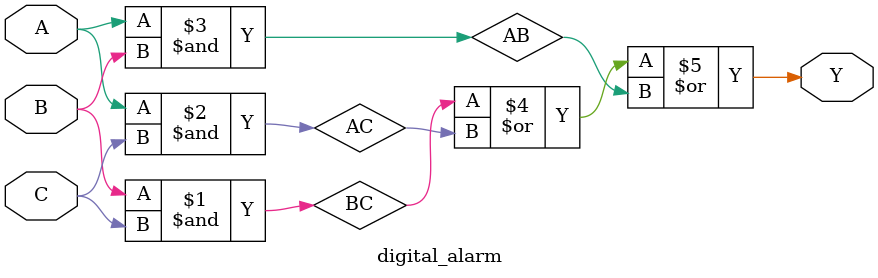
<source format=v>

module digital_alarm(input A, input B, input C, output Y);
  wire BC, AC, AB;
  
  assign BC = B & C;
  assign AC = A & C;
  assign AB = A & B;
  
  assign Y = BC | AC | AB;
endmodule
</source>
